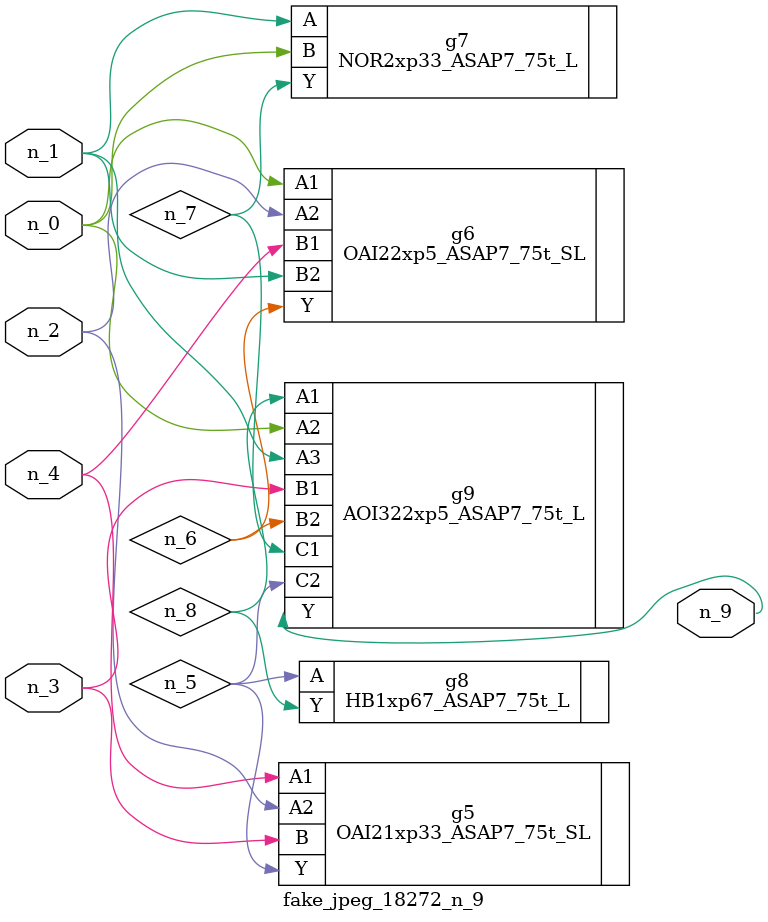
<source format=v>
module fake_jpeg_18272_n_9 (n_3, n_2, n_1, n_0, n_4, n_9);

input n_3;
input n_2;
input n_1;
input n_0;
input n_4;

output n_9;

wire n_8;
wire n_6;
wire n_5;
wire n_7;

OAI21xp33_ASAP7_75t_SL g5 ( 
.A1(n_4),
.A2(n_2),
.B(n_3),
.Y(n_5)
);

OAI22xp5_ASAP7_75t_SL g6 ( 
.A1(n_0),
.A2(n_2),
.B1(n_4),
.B2(n_1),
.Y(n_6)
);

NOR2xp33_ASAP7_75t_L g7 ( 
.A(n_1),
.B(n_0),
.Y(n_7)
);

HB1xp67_ASAP7_75t_L g8 ( 
.A(n_5),
.Y(n_8)
);

AOI322xp5_ASAP7_75t_L g9 ( 
.A1(n_8),
.A2(n_0),
.A3(n_1),
.B1(n_3),
.B2(n_6),
.C1(n_7),
.C2(n_5),
.Y(n_9)
);


endmodule
</source>
